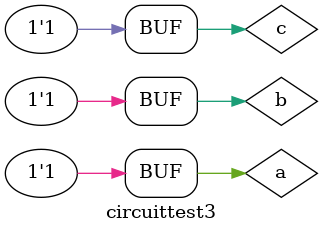
<source format=v>
`include "circuit3.v"

module circuittest3;
    reg a,b,c;
    wire f;
    circuit3 a1(a,b,c,f);
    initial
    begin
    $monitor($time, "a=%b, b=%b, c=%b, f=%b", a, b, c,f);
        #000 a=1'b0; b=1'b0; c=1'b0;
        #100 a=1'b0; b=1'b0; c=1'b1;
        #100 a=1'b0; b=1'b1; c=1'b0;
        #100 a=1'b0; b=1'b1; c=1'b1;
        #100 a=1'b1; b=1'b0; c=1'b0;
        #100 a=1'b1; b=1'b0; c=1'b1;
        #100 a=1'b1; b=1'b1; c=1'b0;
        #100 a=1'b1; b=1'b1; c=1'b1;
    end
    initial
    begin
        $dumpfile("circuittest3.vcd");
        $dumpvars(0, circuittest3);
     end
endmodule
</source>
